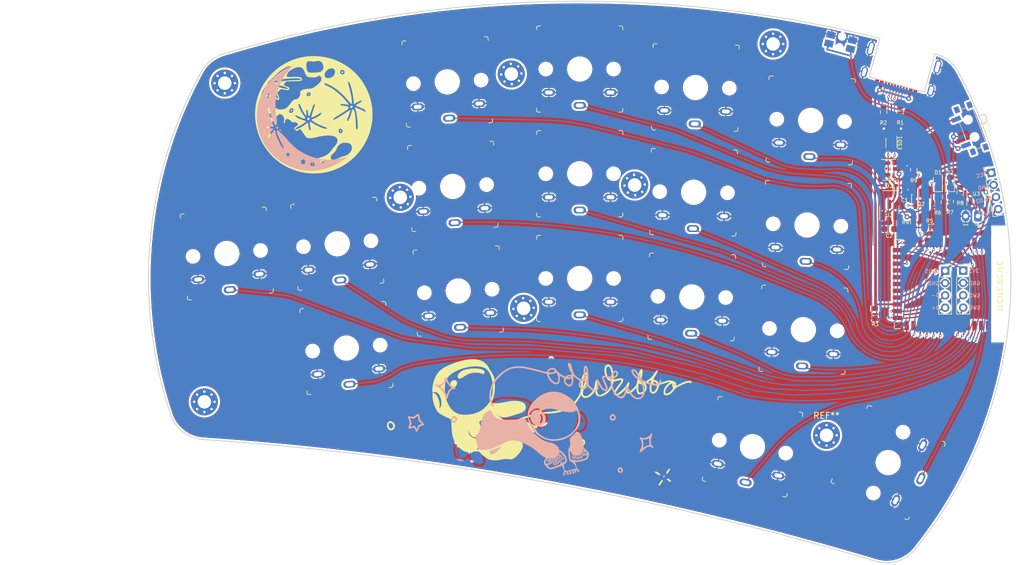
<source format=kicad_pcb>
(kicad_pcb (version 20211014) (generator pcbnew)
  (title_block (title "Wubbo") (rev "v0.1") (company "cache.works"))
  (layers (0 "F.Cu" signal) (31 "B.Cu" signal) (34 "B.Paste" user) (35 "F.Paste" user) (36 "B.SilkS" user "B.Silkscreen") (37 "F.SilkS" user "F.Silkscreen") (38 "B.Mask" user) (39 "F.Mask" user) (44 "Edge.Cuts" user))
  (net 0 "")
  (net 1 "Net-(D1-Pad1)")
  (net 3 "SWDCLK")
  (net 4 "SWDIO")
  (net 5 "VBUS")
  (net 6 "VSENSE")
  (net 7 "+BATT")
  (net 8 "RESET")
  (net 9 "+3V3")
  (net 10 "Net-(R7-Pad1)")
  (net 11 "GND")
  (net 12 "USBD-")
  (net 13 "USBD+")
  (net 14 "D+")
  (net 15 "D-")
  (net 16 "/Net-(J1-CC2)")
  (net 17 "/Net-(J1-CC1)")
  (net 18 "/BAT+_SWITCHED")
  (net 19 "VCC_CONTROL")
  (net 20 "EXT_VCC")
  (net 21 "BLUE_LED")
  (net 22 "Net-(U3-Pad1)")
  (net 23 "/Net-(U3-PROG)")
  (net 24 "/V-IN")
  (net 25 "SW1")
  (net 26 "SW2")
  (net 27 "SW3")
  (net 28 "SW4")
  (net 29 "SW5")
  (net 30 "SW6")
  (net 31 "SW7")
  (net 32 "SW8")
  (net 33 "SW9")
  (net 34 "SW10")
  (net 35 "/unconnected-(SW_POW1-A)")
  (net 36 "/unconnected-(U1-P0.19)")
  (net 37 "SCL")
  (net 38 "SDA")
  (net 39 "/unconnected-(U1-P0.12)")
  (net 40 "SW17")
  (net 41 "SW16")
  (net 42 "SW15")
  (net 43 "SW14")
  (net 44 "SW13")
  (net 45 "SW12")
  (net 46 "SW11")
  (net 47 "/unconnected-(U1-P0.07)")
  (net 48 "P0.03")
  (net 49 "P0.02")
  (footprint "Resistor_SMD:R_0603_1608Metric" (layer "F.Cu") (at 110.05 -30.525 90)
    (fp_text reference "R9")
    (fp_text value "2M")
  )
  (footprint "kiboard_cache:PG13500-reversible" (layer "F.Cu") (at 36.092843 -10.836936 -177)
    (fp_text reference "SW12" hide)
    (fp_text value "Choc" hide)
  )
  (footprint "kiboard_cache:PG13500-reversible" (layer "F.Cu") (at 55.813372 -29.871818 180)
    (fp_text reference "SW8" hide)
    (fp_text value "Choc" hide)
  )
  (footprint "Capacitor_SMD:C_0603_1608Metric" (layer "F.Cu") (at 108.575 -27.275 -90)
    (fp_text reference "C1")
    (fp_text value "1uF")
  )
  (footprint "Package_TO_SOT_SMD:SOT-666" (layer "F.Cu") (at 106.425 -34.9 -90)
    (fp_text reference "ESD1")
    (fp_text value "USBLC6-2P6")
  )
  (footprint "LED_SMD:LED_0603_1608Metric" (layer "F.Cu") (at 113.97 -28.45 90)
    (fp_text reference "D1")
    (fp_text value "Blue LED")
  )
  (footprint "Connector_PinSocket_2.00mm:PinSocket_1x04_P2.00mm_Vertical" (layer "F.Cu") (at 118.07 -14.15)
    (fp_text reference "J2" hide)
    (fp_text value "SWD")
  )
  (footprint "Package_TO_SOT_SMD:SOT-23" (layer "F.Cu") (at 106.075 -24 90)
    (fp_text reference "U2")
    (fp_text value "XC6206P LDO")
  )
  (footprint "kiboard_cache:frontleft-2" (layer "F.Cu") (at 59.445876 -12.66613)
    (fp_text reference "Ref**" hide)
    (fp_text value "Val**" hide)
  )
  (footprint "Resistor_SMD:R_0603_1608Metric" (layer "F.Cu") (at 107.86 -39.915 -90)
    (fp_text reference "R1")
    (fp_text value "5.1K")
  )
  (footprint "kiboard_cache:PG13500-reversible" (layer "F.Cu") (at 105.894409 17.019501 -116)
    (fp_text reference "SW17" hide)
    (fp_text value "Choc" hide)
  )
  (footprint "Button_Switch_SMD:SW_SPST_EVQP7C" (layer "F.Cu") (at 98.19 -51.28 166)
    (fp_text reference "R_TACT1" hide)
    (fp_text value "SW_Push")
  )
  (footprint "Connector_JST:JST_PH_S2B-PH-K_1x02_P2.00mm_Horizontal" (layer "F.Cu") (at 120.47 -22.99 180)
    (fp_text reference "J4" hide)
    (fp_text value "JST-BATT")
  )
  (footprint "kiboard_cache:PG13500-reversible" (layer "F.Cu") (at 74.310063 -26.869229 179)
    (fp_text reference "SW9" hide)
    (fp_text value "Choc" hide)
  )
  (footprint "Diode_SMD:D_SOD-323" (layer "F.Cu") (at 106.075 -27.975 180)
    (fp_text reference "D3")
    (fp_text value "D_Schottky" hide)
  )
  (footprint "kiboard_cache:frontright-1" (layer "F.Cu") (at 53.48 -10.865)
    (fp_text reference "Ref**" hide)
    (fp_text value "Val**" hide)
  )
  (footprint "Resistor_SMD:R_0603_1608Metric" (layer "F.Cu") (at 110.025 -21.975 -90)
    (fp_text reference "R4")
    (fp_text value "806/820k")
  )
  (footprint "kiboard_cache:frontright-2" (layer "F.Cu") (at -38.049357 -11.67519)
    (fp_text reference "Ref**" hide)
    (fp_text value "Val**" hide)
  )
  (footprint "Resistor_SMD:R_0603_1608Metric" (layer "F.Cu") (at 117.58 -26.83 90)
    (fp_text reference "R8")
    (fp_text value "10K")
  )
  (footprint "Capacitor_SMD:C_0603_1608Metric" (layer "F.Cu") (at 106.075 -20.9 180)
    (fp_text reference "C2")
    (fp_text value "1uF")
  )
  (footprint "nRF52840_holyiot_18010" (layer "F.Cu") (at 116.403372 -11.971818 -90)
    (fp_text reference "U1" hide)
    (fp_text value "nRF52840_holyiot_18010")
  )
  (footprint "kiboard_cache:MountingHole_2.2mm_M2_Pad_Via" (layer "F.Cu") (at -1.81 -44.585)
    (fp_text reference "")
    (fp_text value "MountingHole_2.2mm_M2_Pad_Via")
  )
  (footprint "kiboard_cache:PG13500-reversible" (layer "F.Cu") (at -1.481648 -16.93531 -175)
    (fp_text reference "SW1" hide)
    (fp_text value "Choc" hide)
  )
  (footprint "kiboard_cache:MountingHole_2.2mm_M2_Pad_Via" (layer "F.Cu") (at 95.88 12.595)
    (fp_text reference "REF**")
    (fp_text value "MountingHole_2.2mm_M2_Pad_Via")
  )
  (footprint "kiboard_cache:PG13500-reversible" (layer "F.Cu") (at 17.931505 -1.568803 -175)
    (fp_text reference "SW11" hide)
    (fp_text value "Choc" hide)
  )
  (footprint "kiboard_cache:PG13500-reversible" (layer "F.Cu") (at 74.606754 -43.866639 179)
    (fp_text reference "SW4" hide)
    (fp_text value "Choc" hide)
  )
  (footprint "kiboard_cache:MountingHole_2.2mm_M2_Pad_Via" (layer "F.Cu") (at -5.12 7.155)
    (fp_text reference "")
    (fp_text value "MountingHole_2.2mm_M2_Pad_Via")
  )
  (footprint "Resistor_SMD:R_0603_1608Metric" (layer "F.Cu") (at 112.625 -21.15)
    (fp_text reference "R5")
    (fp_text value "2M")
  )
  (footprint "kiboard_cache:PG13500-reversible" (layer "F.Cu") (at 16.449857 -18.504113 -175)
    (fp_text reference "SW6" hide)
    (fp_text value "Choc" hide)
  )
  (footprint "Button_Switch_SMD:SW_SPDT_PCM12" (layer "F.Cu") (at 119.075 -37.125 111)
    (fp_text reference "SW_POW1" hide)
    (fp_text value "SW_SPDT")
  )
  (footprint "Resistor_SMD:R_0603_1608Metric" (layer "F.Cu") (at 105.15 -39.885 -90)
    (fp_text reference "R2")
    (fp_text value "5.1K")
  )
  (footprint "Resistor_SMD:R_0603_1608Metric" (layer "F.Cu") (at 113.98 -25.2675 -90)
    (fp_text reference "R6")
    (fp_text value "1K")
  )
  (footprint "kiboard_cache:PG13500-reversible" (layer "F.Cu") (at 92.71666 -21.54808 178)
    (fp_text reference "SW10" hide)
    (fp_text value "Choc" hide)
  )
  (footprint "kiboard_cache:frontleft-1" (layer "F.Cu") (at 58.31 -11.195)
    (fp_text reference "Ref**" hide)
    (fp_text value "Val**" hide)
  )
  (footprint "kiboard_cache:PG13500-reversible" (layer "F.Cu") (at 93.309951 -38.537724 178)
    (fp_text reference "SW5" hide)
    (fp_text value "Choc" hide)
  )
  (footprint "Package_TO_SOT_SMD:SOT-23" (layer "F.Cu") (at 106.45 -30.65)
    (fp_text reference "Q1")
    (fp_text value "AO3407")
  )
  (footprint "Resistor_SMD:R_0603_1608Metric" (layer "F.Cu") (at 115.95 -25.34 -90)
    (fp_text reference "R7")
    (fp_text value "1K")
  )
  (footprint "Resistor_SMD:R_0603_1608Metric" (layer "F.Cu") (at 103.775 -7.175 -90)
    (fp_text reference "R3")
    (fp_text value "100K")
  )
  (footprint "USB-C-12-Pin-MidMount" (layer "F.Cu") (at 109.053372 -50.751818 -15.5)
    (fp_text reference "J1" hide)
    (fp_text value "USB_C_Receptacle" hide)
  )
  (footprint "kiboard_cache:PG13500-reversible" (layer "F.Cu") (at 74.013372 -9.871818 179)
    (fp_text reference "SW14" hide)
    (fp_text value "Choc" hide)
  )
  (footprint "kiboard_cache:MountingHole_2.2mm_M2_Pad_Via" (layer "F.Cu") (at 87.21 -50.945)
    (fp_text reference "")
    (fp_text value "MountingHole_2.2mm_M2_Pad_Via")
  )
  (footprint "kiboard_cache:PG13500-reversible" (layer "F.Cu") (at 35.203132 -27.813638 -177)
    (fp_text reference "SW7" hide)
    (fp_text value "Choc" hide)
  )
  (footprint "Connector_PinHeader_2.00mm:PinHeader_1x04_P2.00mm_Vertical" (layer "F.Cu") (at 122.629056 -30.024423 11)
    (fp_text reference "J5" hide)
    (fp_text value "USB")
  )
  (footprint "kiboard_cache:PG13500-reversible" (layer "F.Cu") (at 34.31342 -44.790341 -177)
    (fp_text reference "SW2" hide)
    (fp_text value "Choc" hide)
  )
  (footprint "kiboard_cache:PG13500-reversible" (layer "F.Cu") (at 55.813372 -12.871818 180)
    (fp_text reference "SW13" hide)
    (fp_text value "Choc" hide)
  )
  (footprint "Package_TO_SOT_SMD:TSOT-23-5" (layer "F.Cu") (at 120.22 -26.54 90)
    (fp_text reference "U3")
    (fp_text value "LTC4054ES5-4.2")
  )
  (footprint "kiboard_cache:PG13500-reversible" (layer "F.Cu") (at 83.866674 14.436473 169)
    (fp_text reference "SW16" hide)
    (fp_text value "Choc" hide)
  )
  (footprint "Connector_PinSocket_2.00mm:PinSocket_1x04_P2.00mm_Vertical" (layer "F.Cu") (at 115.14 -14.13)
    (fp_text reference "J3" hide)
    (fp_text value "USB")
  )
  (footprint "kiboard_cache:PG13500-reversible" (layer "F.Cu") (at 92.123368 -4.558436 178)
    (fp_text reference "SW15" hide)
    (fp_text value "Choc" hide)
  )
  (footprint "Package_TO_SOT_SMD:SOT-23" (layer "F.Cu") (at 111.25 -25.825 90)
    (fp_text reference "Q2")
    (fp_text value "AO3407")
  )
  (footprint "kiboard_cache:Tenting_Puck" (layer "F.Cu") (at 45.73 -27.045 3)
    (fp_text reference "REF**")
    (fp_text value "Tenting Puck")
  )
  (footprint "kiboard_cache:PG13500-reversible" (layer "F.Cu") (at 55.813372 -46.871818 180)
    (fp_text reference "SW3" hide)
    (fp_text value "Choc" hide)
  )
  (footprint "LED_SMD:LED_0603_1608Metric" (layer "F.Cu") (at 115.93 -28.46 90)
    (fp_text reference "D2")
    (fp_text value "Red LED")
  )
  (footprint "Button_Switch_SMD:SW_SPST_EVQP7C" (layer "B.Cu") (at 98.19 -51.279239 -14)
    (fp_text reference "R_TACT1" hide)
    (fp_text value "SW_Push")
  )
  (footprint "Button_Switch_SMD:SW_SPDT_PCM12" (layer "B.Cu") (at 119.075 -37.125 -69)
    (fp_text reference "SW_POW2" hide)
    (fp_text value "SW_SPDT")
  )
  (gr_arc (start -2.083172 -49.308466) (mid 51.05853 -57.815289) (end 104.54453 -51.844172) (layer "Edge.Cuts") (width 0.15))
  (gr_arc (start -10.622661 9.17934) (mid -13.904233 -19.153192) (end -5.611243 -46.442887) (layer "Edge.Cuts") (width 0.15))
  (gr_line (start 104.54453 -51.844172) (end 102.813372 -45.601818) (layer "Edge.Cuts") (width 0.15))
  (gr_arc (start 117.237987 -46.442886) (mid 125.53532 -6.638849) (end 110.30922 31.062252) (layer "Edge.Cuts") (width 0.15))
  (gr_line (start 111.755862 -43.121846) (end 113.489973 -49.374846) (layer "Edge.Cuts") (width 0.15))
  (gr_arc (start 113.709916 -49.308466) (mid 115.755798 -48.222683) (end 117.237987 -46.442887) (layer "Edge.Cuts") (width 0.15))
  (gr_arc (start -5.611244 -46.442886) (mid -4.129055 -48.222682) (end -2.083173 -49.308466) (layer "Edge.Cuts") (width 0.15))
  (gr_arc (start -5.33437 13.275473) (mid 49.843709 20.118426) (end 103.920858 33.045467) (layer "Edge.Cuts") (width 0.15))
  (gr_line (start 102.813372 -45.601818) (end 111.755862 -43.121846) (layer "Edge.Cuts") (width 0.15))
  (gr_arc (start 113.489972 -49.374846) (mid 113.599953 -49.341687) (end 113.709916 -49.308466) (layer "Edge.Cuts") (width 0.15))
  (gr_arc (start 110.309219 31.062252) (mid 107.417049 33.026702) (end 103.920857 33.045467) (layer "Edge.Cuts") (width 0.15))
  (gr_arc (start -5.33437 13.275474) (mid -8.602289 12.032727) (end -10.622661 9.179341) (layer "Edge.Cuts") (width 0.15))
  (gr_text "P0.03" (at 121.78 -23.58 11) (layer "B.SilkS") (effects (font (size 0.6 0.6) (thickness 0.1)) (justify mirror)))
  (gr_text "SWC" (at 119.94 -8.12) (layer "B.SilkS") (effects (font (size 0.6 0.6) (thickness 0.1)) (justify mirror)))
  (gr_text "GND" (at 113.28 -12.08) (layer "B.SilkS") (effects (font (size 0.6 0.6) (thickness 0.1)) (justify mirror)))
  (gr_text "P0.02" (at 121.43 -25.59 11) (layer "B.SilkS") (effects (font (size 0.6 0.6) (thickness 0.1)) (justify mirror)))
  (gr_text "D-" (at 113.57 -10.14) (layer "B.SilkS") (effects (font (size 0.6 0.6) (thickness 0.1)) (justify mirror)))
  (gr_text "GND" (at 121.35 -27.67 11) (layer "B.SilkS") (effects (font (size 0.6 0.6) (thickness 0.1)) (justify mirror)))
  (gr_text "SWD" (at 119.94 -10.08) (layer "B.SilkS") (effects (font (size 0.6 0.6) (thickness 0.1)) (justify mirror)))
  (gr_text "VBUS" (at 113.01 -14.05) (layer "B.SilkS") (effects (font (size 0.6 0.6) (thickness 0.1)) (justify mirror)))
  (gr_text "VCC" (at 120.98 -29.64 11) (layer "B.SilkS") (effects (font (size 0.6 0.6) (thickness 0.1)) (justify mirror)))
  (gr_text "3V3" (at 119.84 -14.11) (layer "B.SilkS") (effects (font (size 0.6 0.6) (thickness 0.1)) (justify mirror)))
  (gr_text "GND" (at 119.92 -12.09) (layer "B.SilkS") (effects (font (size 0.6 0.6) (thickness 0.1)) (justify mirror)))
  (gr_text "D+" (at 113.56 -8.11) (layer "B.SilkS") (effects (font (size 0.6 0.6) (thickness 0.1)) (justify mirror)))
  (gr_text "JLCJLCJLCJLC" (at 124.05 -11.6 90) (layer "F.SilkS") (effects (font (size 0.8 0.8))))
  (segment (start 113.975 -27.575) (end 113.975 -26.0125) (width 0.25) (layer "F.Cu") (net 1))
  (arc (start 115.696298 -5.65408) (mid 116.57 -8) (end 117.926298 -10.10408) (width 0.2) (layer "F.Cu") (net 3))
  (arc (start 118.04 -8.07) (mid 117.429736 -6.735729) (end 116.54 -5.57) (width 0.2) (layer "F.Cu") (net 4))
  (segment (start 103.775 -27.976433) (end 103.775 -30.275) (width 0.3) (layer "F.Cu") (net 5))
  (segment (start 103.853182 -8.671818) (end 103.775 -8.75) (width 0.3) (layer "F.Cu") (net 5))
  (segment (start 103.775 -31.6) (end 103.775 -34.75) (width 0.3) (layer "F.Cu") (net 5))
  (segment (start 105.5125 -31.6) (end 103.775 -31.6) (width 0.25) (layer "F.Cu") (net 5))
  (segment (start 103.775 -8.75) (end 103.775 -27.976433) (width 0.3) (layer "F.Cu") (net 5))
  (segment (start 107.403372 -8.671818) (end 103.853182 -8.671818) (width 0.3) (layer "F.Cu") (net 5))
  (segment (start 106.425 -33.95) (end 106.425 -34.624022) (width 0.3) (layer "F.Cu") (net 5))
  (segment (start 121.19 -27.66) (end 121.719394 -27.084487) (width 0.3) (layer "F.Cu") (net 5))
  (segment (start 103.775 -34.75) (end 103.775 -41.921573) (width 0.3) (layer "F.Cu") (net 5))
  (segment (start 104.360787 -43.335787) (end 104.5 -43.475) (width 0.3) (layer "F.Cu") (net 5))
  (segment (start 105.025 -27.975) (end 103.775 -27.976433) (width 0.25) (layer "F.Cu") (net 5))
  (segment (start 106.299022 -34.75) (end 103.775 -34.75) (width 0.3) (layer "F.Cu") (net 5))
  (segment (start 103.775 -30.275) (end 103.775 -31.6) (width 0.3) (layer "F.Cu") (net 5))
  (segment (start 109.225 -42.075) (end 109.480797 -43.125218) (width 0.3) (layer "F.Cu") (net 5))
  (segment (start 104.759008 -44.434686) (end 104.5 -43.475) (width 0.3) (layer "F.Cu") (net 5))
  (segment (start 106.425 -34.624022) (end 106.299022 -34.75) (width 0.3) (layer "F.Cu") (net 5))
  (segment (start 103.775 -8.75) (end 103.775 -8) (width 0.25) (layer "F.Cu") (net 5))
  (via (at 109.225 -42.075) (size 0.8) (drill 0.4) (layers "F.Cu" "B.Cu") (net 5))
  (via (at 104.5 -43.475) (size 0.8) (drill 0.4) (layers "F.Cu" "B.Cu") (net 5))
  (via (at 121.78 -26.9) (size 0.8) (drill 0.4) (layers "F.Cu" "B.Cu") (net 5))
  (arc (start 116.01 -29.23) (mid 118.79638 -28.968475) (end 121.24 -27.6) (width 0.3) (layer "F.Cu") (net 5))
  (arc (start 103.775 -41.921573) (mid 103.927241 -42.68694) (end 104.360787 -43.335787) (width 0.3) (layer "F.Cu") (net 5))
  (arc (start 115.23 -14.01) (mid 111.599332 -10.716793) (end 107.15 -8.66) (width 0.3) (layer "F.Cu") (net 5))
  (segment (start 104.5 -43.475) (end 109.225 -42.075) (width 0.3) (layer "B.Cu") (net 5))
  (arc (start 120.03 -19.21) (mid 117.730147 -16.513888) (end 115.09 -14.15) (width 0.3) (layer "B.Cu") (net 5))
  (arc (start 121.76 -26.82) (mid 121.673633 -22.838372) (end 120.03 -19.21) (width 0.3) (layer "B.Cu") (net 5))
  (segment (start 110.003372 -18.721818) (end 110 -21) (width 0.25) (layer "F.Cu") (net 6))
  (segment (start 110.025 -21.15) (end 111.8 -21.15) (width 0.2) (layer "F.Cu") (net 6))
  (segment (start 116.575 -36.575) (end 117.471204 -37.312719) (width 0.25) (layer "F.Cu") (net 7))
  (segment (start 116.5 -35.9) (end 116.575 -36.575) (width 0.25) (layer "F.Cu") (net 7))
  (via (at 116.5 -35.9) (size 0.8) (drill 0.4) (layers "F.Cu" "B.Cu") (net 7))
  (arc (start 120.73 -23.68) (mid 120.82477 -24.315618) (end 121.21 -24.83) (width 0.2) (layer "F.Cu") (net 7))
  (segment (start 116.5 -35.9) (end 116.475 -35.399692) (width 0.25) (layer "B.Cu") (net 7))
  (segment (start 117.35368 -27.79632) (end 118.071321 -27.078679) (width 0.25) (layer "B.Cu") (net 7))
  (segment (start 116.475 -35.399692) (end 116.475 -29.917641) (width 0.25) (layer "B.Cu") (net 7))
  (segment (start 116.5 -35.9) (end 116.987657 -35.912349) (width 0.2) (layer "B.Cu") (net 7))
  (segment (start 116.987657 -35.912349) (end 118.008756 -35.912349) (width 0.2) (layer "B.Cu") (net 7))
  (arc (start 118.01 -27.14) (mid 119.362974 -25.48715) (end 120.31 -23.57) (width 0.25) (layer "B.Cu") (net 7))
  (arc (start 117.35368 -27.79632) (mid 116.703361 -28.76959) (end 116.475 -29.917641) (width 0.25) (layer "B.Cu") (net 7))
  (segment (start 107.403372 -9.771818) (end 108.040227 -9.960151) (width 0.25) (layer "F.Cu") (net 8))
  (segment (start 113.070238 -13.374805) (end 113.51 -13.935) (width 0.25) (layer "F.Cu") (net 8))
  (segment (start 95.98 -50.055) (end 96.269284 -51.016846) (width 0.25) (layer "F.Cu") (net 8))
  (segment (start 99.85 -49.005) (end 95.98 -50.055) (width 0.25) (layer "F.Cu") (net 8))
  (segment (start 99.85 -49.005) (end 99.762349 -50.145928) (width 0.25) (layer "F.Cu") (net 8))
  (via (at 99.85 -49.005) (size 0.4) (drill 0.2) (layers "F.Cu" "B.Cu") (net 8))
  (via (at 113.51 -13.935) (size 0.4) (drill 0.2) (layers "F.Cu" "B.Cu") (net 8))
  (arc (start 113.070238 -13.374805) (mid 110.821015 -11.275962) (end 108.040227 -9.960151) (width 0.25) (layer "F.Cu") (net 8))
  (segment (start 101.38425 -43.698025) (end 100.931467 -44.599737) (width 0.25) (layer "B.Cu") (net 8))
  (segment (start 113.51 -13.935) (end 114.041715 -14.901488) (width 0.25) (layer "B.Cu") (net 8))
  (segment (start 99.891785 -48.399122) (end 99.85 -49.005) (width 0.25) (layer "B.Cu") (net 8))
  (segment (start 108.609891 -39.990341) (end 104.518554 -41.122971) (width 0.25) (layer "B.Cu") (net 8))
  (segment (start 115.278919 -19.876609) (end 115.121046 -30.066581) (width 0.25) (layer "B.Cu") (net 8))
  (segment (start 99.85 -49.005) (end 95.98 -50.055) (width 0.25) (layer "B.Cu") (net 8))
  (segment (start 95.98 -50.055) (end 96.269284 -51.016085) (width 0.25) (layer "B.Cu") (net 8))
  (segment (start 110.683895 -38.88252) (end 110.178261 -39.242972) (width 0.25) (layer "B.Cu") (net 8))
  (segment (start 99.85 -49.005) (end 99.762349 -50.145167) (width 0.25) (layer "B.Cu") (net 8))
  (segment (start 114.717301 -32.728567) (end 114.474198 -33.556638) (width 0.25) (layer "B.Cu") (net 8))
  (arc (start 101.38425 -43.698025) (mid 102.678534 -42.078368) (end 104.518554 -41.122971) (width 0.25) (layer "B.Cu") (net 8))
  (arc (start 115.278919 -19.876609) (mid 114.984555 -17.308418) (end 114.041715 -14.901488) (width 0.25) (layer "B.Cu") (net 8))
  (arc (start 99.891785 -48.399122) (mid 100.222701 -46.447731) (end 100.931467 -44.599737) (width 0.25) (layer "B.Cu") (net 8))
  (arc (start 108.609891 -39.990341) (mid 109.426786 -39.685298) (end 110.178261 -39.242972) (width 0.25) (layer "B.Cu") (net 8))
  (arc (start 115.121046 -30.066581) (mid 115.009174 -31.411224) (end 114.717301 -32.728567) (width 0.25) (layer "B.Cu") (net 8))
  (arc (start 114.474198 -33.556638) (mid 113.026521 -36.538036) (end 110.683895 -38.88252) (width 0.25) (layer "B.Cu") (net 8))
  (segment (start 106.85 -20.9) (end 107.403372 -20.346628) (width 0.25) (layer "F.Cu") (net 9))
  (segment (start 110.159073 -23.675) (end 108.465927 -23.675) (width 0.2) (layer "F.Cu") (net 9))
  (segment (start 107.403372 -20.346628) (end 107.403372 -17.471818) (width 0.25) (layer "F.Cu") (net 9))
  (segment (start 107.025 -21.075) (end 106.85 -20.9) (width 0.25) (layer "F.Cu") (net 9))
  (segment (start 107.051713 -23.089213) (end 107.025 -23.0625) (width 0.2) (layer "F.Cu") (net 9))
  (segment (start 112.2 -24.8875) (end 111.573286 -24.260786) (width 0.2) (layer "F.Cu") (net 9))
  (segment (start 107.025 -23.0625) (end 107.025 -21.075) (width 0.25) (layer "F.Cu") (net 9))
  (arc (start 111.573286 -24.260786) (mid 110.92444 -23.827241) (end 110.159073 -23.675) (width 0.2) (layer "F.Cu") (net 9))
  (arc (start 107.051713 -23.089213) (mid 107.70056 -23.522759) (end 108.465927 -23.675) (width 0.2) (layer "F.Cu") (net 9))
  (arc (start 107.62 -17.36) (mid 112.86232 -16.502049) (end 117.79 -14.51) (width 0.2) (layer "F.Cu") (net 9))
  (segment (start 115.95 -27.435) (end 115.95 -26.1875) (width 0.25) (layer "F.Cu") (net 10))
  (segment (start 106.425 -35.330438) (end 106.905438 -34.85) (width 0.3) (layer "F.Cu") (net 11))
  (segment (start 108.65 -26.425) (end 108.575 -26.5) (width 0.25) (layer "F.Cu") (net 11))
  (segment (start 105.125 -21.075) (end 105.3 -20.9) (width 0.25) (layer "F.Cu") (net 11))
  (segment (start 108.75 -26.425) (end 108.65 -26.425) (width 0.25) (layer "F.Cu") (net 11))
  (segment (start 108.575 -26.5) (end 109.75 -26.5) (width 0.25) (layer "F.Cu") (net 11))
  (segment (start 106.905438 -34.85) (end 108.05 -34.85) (width 0.3) (layer "F.Cu") (net 11))
  (segment (start 106.425 -35.8) (end 106.425 -35.330438) (width 0.3) (layer "F.Cu") (net 11))
  (segment (start 109.175 -31.35) (end 108.975 -31.15) (width 0.2) (layer "F.Cu") (net 11))
  (segment (start 105.125 -23.0625) (end 105.125 -21.075) (width 0.25) (layer "F.Cu") (net 11))
  (segment (start 110.05 -31.35) (end 109.175 -31.35) (width 0.2) (layer "F.Cu") (net 11))
  (via (at 109.75 -26.5) (size 0.4) (drill 0.2) (layers "F.Cu" "B.Cu") (net 11))
  (via (at 105.19 -37.195) (size 0.8) (drill 0.4) (layers "F.Cu" "B.Cu") (net 11))
  (via (at 107.96 -37.205) (size 0.8) (drill 0.4) (layers "F.Cu" "B.Cu") (net 11))
  (via (at 108.975 -31.15) (size 0.4) (drill 0.2) (layers "F.Cu" "B.Cu") (net 11))
  (arc (start 108.848 -26.557) (mid 107.261576 -24.538413) (end 105.038 -23.255) (width 0.2) (layer "F.Cu") (net 11))
  (segment (start 105.2 -37.205) (end 107.96 -37.205) (width 0.3) (layer "B.Cu") (net 11))
  (segment (start 105.19 -37.195) (end 105.2 -37.205) (width 0.3) (layer "B.Cu") (net 11))
  (segment (start 106.93 -41.125) (end 106.96 -35.725) (width 0.13) (layer "F.Cu") (net 12))
  (segment (start 106.88 -43.845) (end 106.42 -42.305) (width 0.13) (layer "F.Cu") (net 12))
  (segment (start 106.93 -41.105) (end 106.93 -41.595) (width 0.13) (layer "F.Cu") (net 12))
  (segment (start 107.84 -43.585) (end 107.39 -42.035) (width 0.13) (layer "F.Cu") (net 12))
  (arc (start 107.38 -42.005) (mid 106.731735 -41.616552) (end 106.42 -42.305) (width 0.13) (layer "F.Cu") (net 12))
  (segment (start 106.39718 -43.98038) (end 105.95 -42.375) (width 0.13) (layer "F.Cu") (net 13))
  (segment (start 106.925 -42.1) (end 107.36081 -43.713142) (width 0.13) (layer "F.Cu") (net 13))
  (segment (start 105.89 -40.095) (end 105.89 -42.375) (width 0.13) (layer "F.Cu") (net 13))
  (segment (start 105.89 -40.095) (end 105.89 -35.725) (width 0.13) (layer "F.Cu") (net 13))
  (via (at 106.925 -42.1) (size 0.4) (drill 0.2) (layers "F.Cu" "B.Cu") (net 13))
  (via (at 105.95 -42.375) (size 0.4) (drill 0.2) (layers "F.Cu" "B.Cu") (net 13))
  (arc (start 106.93 -42.115) (mid 106.291387 -41.69032) (end 105.94 -42.375) (width 0.13) (layer "B.Cu") (net 13))
  (segment (start 105.8875 -34.025) (end 105.8875 -32.9625) (width 0.13) (layer "F.Cu") (net 14))
  (segment (start 106.225 -6.5) (end 107.37519 -6.5) (width 0.13) (layer "F.Cu") (net 14))
  (segment (start 107.37519 -6.5) (end 107.403372 -6.471818) (width 0.13) (layer "F.Cu") (net 14))
  (segment (start 105.8875 -32.9625) (end 105.9 -32.95) (width 0.13) (layer "F.Cu") (net 14))
  (segment (start 107.403372 -6.471818) (end 107.47575 -6.471818) (width 0.13) (layer "F.Cu") (net 14))
  (via (at 105.9 -32.95) (size 0.4) (drill 0.2) (layers "F.Cu" "B.Cu") (net 14))
  (via (at 106.225 -6.5) (size 0.4) (drill 0.2) (layers "F.Cu" "B.Cu") (net 14))
  (arc (start 115.04 -8.12) (mid 111.371437 -6.783303) (end 107.48 -6.45) (width 0.2) (layer "F.Cu") (net 14))
  (segment (start 105.9 -6.45) (end 106.175 -6.45) (width 0.13) (layer "B.Cu") (net 14))
  (segment (start 105.9 -32.95) (end 105.9 -6.45) (width 0.2) (layer "B.Cu") (net 14))
  (segment (start 106.175 -6.45) (end 106.225 -6.5) (width 0.13) (layer "B.Cu") (net 14))
  (segment (start 107.381554 -7.55) (end 107.403372 -7.571818) (width 0.13) (layer "F.Cu") (net 15))
  (segment (start 106.9625 -32.9125) (end 106.95 -32.9) (width 0.13) (layer "F.Cu") (net 15))
  (segment (start 106.921818 -7.571818) (end 108.07575 -7.571818) (width 0.13) (layer "F.Cu") (net 15))
  (segment (start 106.3645 -7.55) (end 107.381554 -7.55) (width 0.13) (layer "F.Cu") (net 15))
  (segment (start 106.9625 -34.025) (end 106.9625 -32.9125) (width 0.13) (layer "F.Cu") (net 15))
  (via (at 106.95 -32.9) (size 0.4) (drill 0.2) (layers "F.Cu" "B.Cu") (net 15))
  (via (at 106.3645 -7.55) (size 0.4) (drill 0.2) (layers "F.Cu" "B.Cu") (net 15))
  (arc (start 114.92 -9.89) (mid 111.389515 -8.037454) (end 107.43292 -7.56917) (width 0.2) (layer "F.Cu") (net 15))
  (segment (start 106.825 -32.775) (end 106.95 -32.9) (width 0.13) (layer "B.Cu") (net 15))
  (segment (start 106.3645 -7.55) (end 106.825 -8.0105) (width 0.13) (layer "B.Cu") (net 15))
  (segment (start 106.825 -8.0105) (end 106.825 -32.775) (width 0.13) (layer "B.Cu") (net 15))
  (segment (start 107.86 -40.76) (end 107.86 -40.74) (width 0.13) (layer "F.Cu") (net 16))
  (segment (start 107.903644 -40.803644) (end 107.86 -40.76) (width 0.13) (layer "F.Cu") (net 16))
  (arc (start 107.87 -40.815) (mid 108.021135 -42.131609) (end 108.31 -43.425) (width 0.13) (layer "F.Cu") (net 16))
  (arc (start 104.92 -40.665) (mid 104.999627 -42.364988) (end 105.356343 -44.028256) (width 0.13) (layer "F.Cu") (net 17))
  (segment (start 108.975 -22.875) (end 109.117823 -22.844395) (width 0.25) (layer "F.Cu") (net 18))
  (segment (start 107.675 -29.85) (end 107.3875 -30.65) (width 0.25) (layer "F.Cu") (net 18))
  (segment (start 109.536881 -22.8) (end 110.025 -22.8) (width 0.25) (layer "F.Cu") (net 18))
  (via (at 107.675 -29.85) (size 0.8) (drill 0.4) (layers "F.Cu" "B.Cu") (net 18))
  (via (at 117.225 -33.975) (size 0.8) (drill 0.4) (layers "F.Cu" "B.Cu") (net 18))
  (via (at 108.975 -22.875) (size 0.8) (drill 0.4) (layers "F.Cu" "B.Cu") (net 18))
  (arc (start 117.25 -33.925) (mid 115.575671 -35.759258) (end 115.4 -38.235) (width 0.2) (layer "F.Cu") (net 18))
  (arc (start 107.41 -30.635) (mid 111.169381 -35.825508) (end 116.91 -38.675) (width 0.2) (layer "F.Cu") (net 18))
  (arc (start 109.536881 -22.8) (mid 109.326179 -22.81113) (end 109.117823 -22.844395) (width 0.25) (layer "F.Cu") (net 18))
  (segment (start 107.675 -25.887572) (end 107.675 -29.85) (width 0.25) (layer "B.Cu") (net 18))
  (segment (start 108.975 -22.875) (end 108.590108 -23.341312) (width 0.25) (layer "B.Cu") (net 18))
  (segment (start 118.546308 -34.511978) (end 117.225 -33.975) (width 0.25) (layer "B.Cu") (net 18))
  (arc (start 108.590108 -23.341312) (mid 107.910723 -24.534717) (end 107.675 -25.887572) (width 0.25) (layer "B.Cu") (net 18))
  (segment (start 110.86 -29.715) (end 110.215 -29.715) (width 0.127) (layer "F.Cu") (net 19))
  (segment (start 111.103372 -20.146628) (end 111.1 -20.15) (width 0.127) (layer "F.Cu") (net 19))
  (segment (start 110.1375 -24.725) (end 110.3 -24.8875) (width 0.127) (layer "F.Cu") (net 19))
  (segment (start 110.215 -29.715) (end 110.1 -29.6) (width 0.127) (layer "F.Cu") (net 19))
  (segment (start 111.103372 -18.721818) (end 111.103372 -20.146628) (width 0.127) (layer "F.Cu") (net 19))
  (segment (start 109.125 -24.725) (end 110.1375 -24.725) (width 0.127) (layer "F.Cu") (net 19))
  (via (at 111.1 -20.15) (size 0.4) (drill 0.2) (layers "F.Cu" "B.Cu") (net 19))
  (via (at 109.125 -24.725) (size 0.4) (drill 0.2) (layers "F.Cu" "B.Cu") (net 19))
  (via (at 110.86 -29.715) (size 0.4) (drill 0.2) (layers "F.Cu" "B.Cu") (net 19))
  (segment (start 110.832067 -23.865) (end 110.466723 -24.230344) (width 0.127) (layer "B.Cu") (net 19))
  (segment (start 110.85 -29.705) (end 110.85 -20.4) (width 0.127) (layer "B.Cu") (net 19))
  (segment (start 109.146573 -24.725) (end 109.125 -24.725) (width 0.127) (layer "B.Cu") (net 19))
  (segment (start 110.85 -23.865) (end 110.832067 -23.865) (width 0.127) (layer "B.Cu") (net 19))
  (segment (start 110.85 -20.4) (end 111.1 -20.15) (width 0.127) (layer "B.Cu") (net 19))
  (segment (start 110.86 -29.715) (end 110.85 -29.705) (width 0.127) (layer "B.Cu") (net 19))
  (arc (start 110.466723 -24.230344) (mid 109.851073 -24.596812) (end 109.146573 -24.725) (width 0.127) (layer "B.Cu") (net 19))
  (arc (start 111.37 -27.3) (mid 116.19385 -31.199148) (end 122.22 -29.73) (width 0.3) (layer "F.Cu") (net 20))
  (segment (start 113.075 -28.325) (end 113.975 -29.225) (width 0.2) (layer "F.Cu") (net 21))
  (segment (start 108.921818 -15.271818) (end 108.925 -15.275) (width 0.2) (layer "F.Cu") (net 21))
  (segment (start 113 -28.325) (end 113.075 -28.325) (width 0.2) (layer "F.Cu") (net 21))
  (segment (start 107.403372 -15.271818) (end 108.921818 -15.271818) (width 0.2) (layer "F.Cu") (net 21))
  (via (at 108.925 -15.275) (size 0.4) (drill 0.2) (layers "F.Cu" "B.Cu") (net 21))
  (via (at 113 -28.325) (size 0.4) (drill 0.2) (layers "F.Cu" "B.Cu") (net 21))
  (segment (start 108.925 -15.275) (end 108.925 -15.471573) (width 0.2) (layer "B.Cu") (net 21))
  (segment (start 112.975 -28.3) (end 113 -28.325) (width 0.2) (layer "B.Cu") (net 21))
  (segment (start 109.510787 -16.885787) (end 111.803427 -19.178427) (width 0.2) (layer "B.Cu") (net 21))
  (segment (start 112.975 -22.006854) (end 112.975 -28.3) (width 0.2) (layer "B.Cu") (net 21))
  (arc (start 109.510787 -16.885787) (mid 109.077241 -16.23694) (end 108.925 -15.471573) (width 0.2) (layer "B.Cu") (net 21))
  (arc (start 111.803427 -19.178427) (mid 112.670518 -20.47612) (end 112.975 -22.006854) (width 0.2) (layer "B.Cu") (net 21))
  (arc (start 119.26 -25.34) (mid 117.871302 -24.676161) (end 116.35 -24.45) (width 0.2) (layer "F.Cu") (net 22))
  (arc (start 117.69 -27.8) (mid 118.50645 -27.699351) (end 119.22 -27.29) (width 0.2) (layer "F.Cu") (net 23))
  (segment (start 106.075 -24.9375) (end 106.539214 -25.401714) (width 0.25) (layer "F.Cu") (net 24))
  (segment (start 105.5125 -29.7) (end 107.125 -27.975) (width 0.25) (layer "F.Cu") (net 24))
  (segment (start 108.5 -27.975) (end 107.125 -27.975) (width 0.25) (layer "F.Cu") (net 24))
  (segment (start 107.125 -26.815927) (end 107.125 -27.975) (width 0.25) (layer "F.Cu") (net 24))
  (segment (start 108.575 -28.05) (end 108.5 -27.975) (width 0.25) (layer "F.Cu") (net 24))
  (arc (start 107.125 -26.815927) (mid 106.972759 -26.05056) (end 106.539214 -25.401714) (width 0.25) (layer "F.Cu") (net 24))
  (segment (start 119.021147 -18.226905) (end 118.803372 -18.721818) (width 0.2) (layer "F.Cu") (net 25))
  (segment (start 119.57 -17.145) (end 119.599279 -17.109534) (width 0.2) (layer "F.Cu") (net 25))
  (via (at 119.57 -17.145) (size 0.4) (drill 0.2) (layers "F.Cu" "B.Cu") (net 25))
  (arc (start 119.599279 -17.109534) (mid 119.292624 -17.659119) (end 119.021147 -18.226905) (width 0.2) (layer "F.Cu") (net 25))
  (segment (start 120.654018 -7.983703) (end 120.542627 -6.70271) (width 0.2) (layer "B.Cu") (net 25))
  (segment (start 7.150291 -10.243382) (end -0.967429 -11.057761) (width 0.2) (layer "B.Cu") (net 25))
  (segment (start 26.268697 -3.485691) (end 9.635575 -9.666978) (width 0.2) (layer "B.Cu") (net 25))
  (segment (start 119.452325 -2.601816) (end 117.988076 -0.940939) (width 0.2) (layer "B.Cu") (net 25))
  (segment (start 48.119544 -1.46102) (end 38.854301 -1.624845) (width 0.2) (layer "B.Cu") (net 25))
  (segment (start 82.73148 4.952575) (end 76.492498 2.875673) (width 0.2) (layer "B.Cu") (net 25))
  (segment (start 89.295498 5.96709) (end 84.65154 5.387501) (width 0.2) (layer "B.Cu") (net 25))
  (segment (start 105.40578 4.565577) (end 102.275714 5.146414) (width 0.2) (layer "B.Cu") (net 25))
  (segment (start 61.575856 -0.32748) (end 48.799258 -1.425835) (width 0.2) (layer "B.Cu") (net 25))
  (segment (start 120.35587 -13.59869) (end 120.662157 -9.616964) (width 0.2) (layer "B.Cu") (net 25))
  (segment (start 120.147163 -15.121744) (end 120.261977 -14.397532) (width 0.2) (layer "B.Cu") (net 25))
  (segment (start 75.759351 2.662338) (end 69.90167 1.197918) (width 0.2) (layer "B.Cu") (net 25))
  (segment (start 115.268248 1.230328) (end 113.911272 1.96955) (width 0.2) (layer "B.Cu") (net 25))
  (segment (start 120.287505 -5.167206) (end 120.113316 -4.463195) (width 0.2) (layer "B.Cu") (net 25))
  (segment (start 101.641178 5.243211) (end 97.045491 5.794005) (width 0.2) (layer "B.Cu") (net 25))
  (segment (start 111.81164 2.821049) (end 106.265426 4.366458) (width 0.2) (layer "B.Cu") (net 25))
  (segment (start 96.191706 5.859407) (end 90.870141 6.03842) (width 0.2) (layer "B.Cu") (net 25))
  (segment (start 69.314477 1.069736) (end 62.557515 -0.193833) (width 0.2) (layer "B.Cu") (net 25))
  (segment (start 37.710638 -1.710846) (end 28.43173 -2.946905) (width 0.2) (layer "B.Cu") (net 25))
  (segment (start 119.57 -17.145) (end 119.682458 -16.934581) (width 0.2) (layer "B.Cu") (net 25))
  (arc (start 117.988076 -0.940939) (mid 116.723344 0.263924) (end 115.268248 1.230328) (width 0.2) (layer "B.Cu") (net 25))
  (arc (start 120.113316 -4.463195) (mid 119.828842 -3.516388) (end 119.452325 -2.601816) (width 0.2) (layer "B.Cu") (net 25))
  (arc (start 97.045491 5.794005) (mid 96.619299 5.835848) (end 96.191706 5.859407) (width 0.2) (layer "B.Cu") (net 25))
  (arc (start 120.662157 -9.616964) (mid 120.691488 -8.800167) (end 120.654018 -7.983703) (width 0.2) (layer "B.Cu") (net 25))
  (arc (start 84.65154 5.387501) (mid 83.680781 5.217403) (end 82.73148 4.952575) (width 0.2) (layer "B.Cu") (net 25))
  (arc (start 62.557515 -0.193833) (mid 62.068342 -0.272821) (end 61.575856 -0.32748) (width 0.2) (layer "B.Cu") (net 25))
  (arc (start 28.43173 -2.946905) (mid 27.335154 -3.155839) (end 26.268697 -3.485691) (width 0.2) (layer "B.Cu") (net 25))
  (arc (start 38.854301 -1.624845) (mid 38.281236 -1.651437) (end 37.710638 -1.710846) (width 0.2) (layer "B.Cu") (net 25))
  (arc (start 9.635575 -9.666978) (mid 8.41139 -10.034762) (end 7.150291 -10.243382) (width 0.2) (layer "B.Cu") (net 25))
  (arc (start 119.682458 -16.934581) (mid 119.957311 -16.039057) (end 120.147163 -15.121744) (width 0.2) (layer "B.Cu") (net 25))
  (arc (start 76.492498 2.875673) (mid 76.127961 2.762005) (end 75.759351 2.662338) (width 0.2) (layer "B.Cu") (net 25))
  (arc (start 90.870141 6.03842) (mid 90.081412 6.033829) (end 89.295498 5.96709) (width 0.2) (layer "B.Cu") (net 25))
  (arc (start 102.275714 5.146414) (mid 101.959223 5.199905) (end 101.641178 5.243211) (width 0.2) (layer "B.Cu") (net 25))
  (arc (start 106.265426 4.366458) (mid 105.8378 4.475504) (end 105.40578 4.565577) (width 0.2) (layer "B.Cu") (net 25))
  (arc (start 48.799258 -1.425835) (mid 48.4597 -1.449212) (end 48.119544 -1.46102) (width 0.2) (layer "B.Cu") (net 25))
  (arc (start 120.542627 -6.70271) (mid 120.444988 -5.929987) (end 120.287505 -5.167206) (width 0.2) (layer "B.Cu") (net 25))
  (arc (start 69.90167 1.197918) (mid 69.609037 1.129415) (end 69.314477 1.069736) (width 0.2) (layer "B.Cu") (net 25))
  (arc (start 113.911272 1.96955) (mid 112.88565 2.454957) (end 111.81164 2.821049) (width 0.2) (layer "B.Cu") (net 25))
  (arc (start 120.261977 -14.397532) (mid 120.316958 -13.999055) (end 120.35587 -13.59869) (width 0.2) (layer "B.Cu") (net 25))
  (segment (start 114.37 -17.545) (end 114.403372 -18.721818) (width 0.2) (layer "F.Cu") (net 26))
  (via (at 114.37 -17.545) (size 0.4) (drill 0.2) (layers "F.Cu" "B.Cu") (net 26))
  (segment (start 96.68 -27.915) (end 95.194297 -27.838274) (width 0.2) (layer "B.Cu") (net 26))
  (segment (start 89.539718 -28.215556) (end 85.88 -28.915) (width 0.2) (layer "B.Cu") (net 26))
  (segment (start 93.905225 -27.82717) (end 92.606885 -27.871812) (width 0.2) (layer "B.Cu") (net 26))
  (segment (start 110.749767 -8.354983) (end 110.22 -6.165) (width 0.2) (layer "B.Cu") (net 26))
  (segment (start 102.38 -6.285) (end 101.23 -23.755) (width 0.2) (layer "B.Cu") (net 26))
  (segment (start 114.37 -17.545) (end 114.049447 -16.974091) (width 0.2) (layer "B.Cu") (net 26))
  (segment (start 49.537939 -38.597148) (end 34.622202 -38.898427) (width 0.2) (layer "B.Cu") (net 26))
  (segment (start 72.676994 -33.81365) (end 58.5241 -37.387758) (width 0.2) (layer "B.Cu") (net 26))
  (segment (start 112.951568 -14.716511) (end 112.764434 -14.293796) (width 0.2) (layer "B.Cu") (net 26))
  (segment (start 85.88 -28.915) (end 74.92118 -33.104068) (width 0.2) (layer "B.Cu") (net 26))
  (arc (start 92.606885 -27.871812) (mid 91.066661 -27.984431) (end 89.539718 -28.215556) (width 0.2) (layer "B.Cu") (net 26))
  (arc (start 58.5241 -37.387758) (mid 54.065398 -38.247898) (end 49.537939 -38.597148) (width 0.2) (layer "B.Cu") (net 26))
  (arc (start 101.23 -23.755) (mid 99.811418 -26.771553) (end 96.68 -27.915) (width 0.2) (layer "B.Cu") (net 26))
  (arc (start 95.194297 -27.838274) (mid 94.54988 -27.818868) (end 93.905225 -27.82717) (width 0.2) (layer "B.Cu") (net 26))
  (arc (start 110.22 -6.165) (mid 106.247369 -2.786457) (end 102.38 -6.285) (width 0.2) (layer "B.Cu") (net 26))
  (arc (start 74.92118 -33.104068) (mid 73.809534 -33.491901) (end 72.676994 -33.81365) (width 0.2) (layer "B.Cu") (net 26))
  (arc (start 112.764434 -14.293796) (mid 111.62382 -11.369603) (end 110.749767 -8.354983) (width 0.2) (layer "B.Cu") (net 26))
  (arc (start 114.049447 -16.974091) (mid 113.48026 -15.855147) (end 112.951568 -14.716511) (width 0.2) (layer "B.Cu") (net 26))
  (segment (start 113.27 -17.545) (end 113.303372 -18.721818) (width 0.2) (layer "F.Cu") (net 27))
  (via (at 113.27 -17.545) (size 0.4) (drill 0.2) (layers "F.Cu" "B.Cu") (net 27))
  (segment (start 109.487493 -7.345398) (end 109.38 -6.505) (width 0.2) (layer "B.Cu") (net 27))
  (segment (start 103.057786 -15.736138) (end 102.74 -23.075) (width 0.2) (layer "B.Cu") (net 27))
  (segment (start 113.27 -17.545) (end 111.867685 -15.470905) (width 0.2) (layer "B.Cu") (net 27))
  (segment (start 91.113401 -29.855618) (end 94.91 -29.605) (width 0.2) (layer "B.Cu") (net 27))
  (segment (start 109.83071 -9.666399) (end 109.492894 -7.384548) (width 0.2) (layer "B.Cu") (net 27))
  (segment (start 103.26 -6.915) (end 103.061167 -15.633827) (width 0.2) (layer "B.Cu") (net 27))
  (segment (start 110.559804 -12.579984) (end 110.425227 -12.172372) (width 0.2) (layer "B.Cu") (net 27))
  (segment (start 55.813372 -40.971818) (end 69.869506 -37.34389) (width 0.2) (layer "B.Cu") (net 27))
  (segment (start 72.584955 -36.431132) (end 84.717055 -31.359576) (width 0.2) (layer "B.Cu") (net 27))
  (segment (start 97.215375 -29.40811) (end 94.89 -29.605) (width 0.2) (layer "B.Cu") (net 27))
  (arc (start 109.38 -6.505) (mid 106.122412 -3.761006) (end 103.26 -6.915) (width 0.2) (layer "B.Cu") (net 27))
  (arc (start 102.74 -23.075) (mid 101.227472 -27.33188) (end 97.215375 -29.40811) (width 0.2) (layer "B.Cu") (net 27))
  (arc (start 103.061167 -15.633827) (mid 103.059738 -15.684991) (end 103.057786 -15.736138) (width 0.2) (layer "B.Cu") (net 27))
  (arc (start 110.425227 -12.172372) (mid 110.074084 -10.932169) (end 109.83071 -9.666399) (width 0.2) (layer "B.Cu") (net 27))
  (arc (start 111.867685 -15.470905) (mid 111.137088 -14.060124) (end 110.559804 -12.579984) (width 0.2) (layer "B.Cu") (net 27))
  (arc (start 91.113401 -29.855618) (mid 87.853042 -30.34312) (end 84.717055 -31.359576) (width 0.2) (layer "B.Cu") (net 27))
  (arc (start 109.492894 -7.384548) (mid 109.490097 -7.364986) (end 109.487493 -7.345398) (width 0.2) (layer "B.Cu") (net 27))
  (arc (start 72.584955 -36.431132) (mid 71.243594 -36.936193) (end 69.869506 -37.34389) (width 0.2) (layer "B.Cu") (net 27))
  (segment (start 112.203372 -18.721818) (end 112.2 -17.575) (width 0.2) (layer "F.Cu") (net 28))
  (via (at 112.2 -17.575) (size 0.4) (drill 0.2) (layers "F.Cu" "B.Cu") (net 28))
  (segment (start 108.598208 -8.930285) (end 108.425 -7.025) (width 0.2) (layer "B.Cu") (net 28))
  (segment (start 104.025 -7.2) (end 103.95 -24.25) (width 0.2) (layer "B.Cu") (net 28))
  (segment (start 91.601384 -30.727916) (end 94.675 -30.575) (width 0.2) (layer "B.Cu") (net 28))
  (segment (start 74.303785 -37.967538) (end 87.878661 -31.649428) (width 0.2) (layer "B.Cu") (net 28))
  (segment (start 97.625 -30.65) (end 94.7 -30.575) (width 0.2) (layer "B.Cu") (net 28))
  (segment (start 112.2 -17.575) (end 111.136332 -16.012226) (width 0.2) (layer "B.Cu") (net 28))
  (arc (start 87.878661 -31.649428) (mid 89.695433 -31.008539) (end 91.601384 -30.727916) (width 0.2) (layer "B.Cu") (net 28))
  (arc (start 97.6 -30.65) (mid 102.169011 -28.832799) (end 103.95 -24.25) (width 0.2) (layer "B.Cu") (net 28))
  (arc (start 108.598208 -8.930285) (mid 109.416081 -12.632959) (end 111.136332 -16.012226) (width 0.2) (layer "B.Cu") (net 28))
  (arc (start 108.425 -7.025) (mid 106.140171 -4.979672) (end 104.025 -7.2) (width 0.2) (layer "B.Cu") (net 28))
  (segment (start 108.15 -18.675) (end 108.9 -18.675) (width 0.2) (layer "F.Cu") (net 29))
  (via (at 108.15 -18.675) (size 0.4) (drill 0.2) (layers "F.Cu" "B.Cu") (net 29))
  (segment (start 108.175 -18.675) (end 108.15 -18.675) (width 0.2) (layer "B.Cu") (net 29))
  (segment (start 105.299711 -6.775) (end 105.3 -24.825) (width 0.2) (layer "B.Cu") (net 29))
  (segment (start 107.4 -17.965107) (end 107.4 -6.75) (width 0.2) (layer "B.Cu") (net 29))
  (segment (start 98.3 -32.35) (end 92.85 -32.4) (width 0.2) (layer "B.Cu") (net 29))
  (arc (start 107.4 -17.965107) (mid 107.622232 -18.481451) (end 108.15 -18.675) (width 0.2) (layer "B.Cu") (net 29))
  (arc (start 107.4 -6.75) (mid 106.337499 -5.724429) (end 105.299711 -6.775) (width 0.2) (layer "B.Cu") (net 29))
  (arc (start 98.3 -32.35) (mid 103.356473 -30.03562) (end 105.3 -24.825) (width 0.2) (layer "B.Cu") (net 29))
  (segment (start 119.756303 -4.617384) (end 119.903372 -5.221818) (width 0.2) (layer "F.Cu") (net 30))
  (segment (start 119.11 -3.145) (end 119.282109 -3.395317) (width 0.2) (layer "F.Cu") (net 30))
  (via (at 119.11 -3.145) (size 0.4) (drill 0.2) (layers "F.Cu" "B.Cu") (net 30))
  (arc (start 119.282109 -3.395317) (mid 119.559428 -3.990743) (end 119.756303 -4.617384) (width 0.2) (layer "F.Cu") (net 30))
  (segment (start 62.85357 -1.262917) (end 48.197693 -2.596089) (width 0.2) (layer "B.Cu") (net 30))
  (segment (start 92.292455 5.289549) (end 88.797758 5.095) (width 0.2) (layer "B.Cu") (net 30))
  (segment (start 119.11 -3.145) (end 118.254462 -1.992774) (width 0.2) (layer "B.Cu") (net 30))
  (segment (start 111.338396 2.347628) (end 105.823417 3.867454) (width 0.2) (layer "B.Cu") (net 30))
  (segment (start 103.706111 4.289774) (end 98.22028 4.978249) (width 0.2) (layer "B.Cu") (net 30))
  (segment (start 84.214521 4.377645) (end 76.272515 1.829091) (width 0.2) (layer "B.Cu") (net 30))
  (segment (start 75.175842 1.522566) (end 64.98127 -0.913764) (width 0.2) (layer "B.Cu") (net 30))
  (segment (start 26.136472 -6.687326) (end 16.964076 -12.626564) (width 0.2) (layer "B.Cu") (net 30))
  (segment (start 33.018185 -3.755696) (end 29.087118 -5.209242) (width 0.2) (layer "B.Cu") (net 30))
  (segment (start 96.352422 5.095) (end 92.847547 5.289591) (width 0.2) (layer "B.Cu") (net 30))
  (segment (start 115.524391 0.47199) (end 115.186048 0.679157) (width 0.2) (layer "B.Cu") (net 30))
  (segment (start 47.120182 -2.655127) (end 37.938976 -2.827368) (width 0.2) (layer "B.Cu") (net 30))
  (arc (start 29.087118 -5.209242) (mid 27.571022 -5.86689) (end 26.136472 -6.687326) (width 0.2) (layer "B.Cu") (net 30))
  (arc (start 48.197693 -2.596089) (mid 47.659469 -2.635301) (end 47.120182 -2.655127) (width 0.2) (layer "B.Cu") (net 30))
  (arc (start 88.797758 5.095) (mid 86.47824 4.914576) (end 84.214521 4.377645) (width 0.2) (layer "B.Cu") (net 30))
  (arc (start 115.186048 0.679157) (mid 113.32082 1.648526) (end 111.338396 2.347628) (width 0.2) (layer "B.Cu") (net 30))
  (arc (start 92.292455 5.289549) (mid 92.57 5.297279) (end 92.847547 5.289591) (width 0.2) (layer "B.Cu") (net 30))
  (arc (start 118.254462 -1.992774) (mid 117.003722 -0.633794) (end 115.524391 0.47199) (width 0.2) (layer "B.Cu") (net 30))
  (arc (start 105.823417 3.867454) (mid 104.772372 4.116758) (end 103.706111 4.289774) (width 0.2) (layer "B.Cu") (net 30))
  (arc (start 37.938976 -2.827368) (mid 35.439568 -3.084737) (end 33.018185 -3.755696) (width 0.2) (layer "B.Cu") (net 30))
  (arc (start 76.272515 1.829091) (mid 75.727088 1.665418) (end 75.175842 1.522566) (width 0.2) (layer "B.Cu") (net 30))
  (arc (start 64.98127 -0.913764) (mid 63.923702 -1.12662) (end 62.85357 -1.262917) (width 0.2) (layer "B.Cu") (net 30))
  (arc (start 98.22028 4.978249) (mid 97.288174 5.065784) (end 96.352422 5.095) (width 0.2) (layer "B.Cu") (net 30))
  (segment (start 113.303372 -5.221818) (end 113.272945 -3.649797) (width 0.2) (layer "F.Cu") (net 31))
  (via (at 113.272945 -3.649797) (size 0.4) (drill 0.2) (layers "F.Cu" "B.Cu") (net 31))
  (segment (start 82.696972 -14.364377) (end 92.73 -10.325) (width 0.2) (layer "B.Cu") (net 31))
  (arc (start 92.73 -10.325) (mid 96.840596 -7.896268) (end 99.55 -3.965) (width 0.2) (layer "B.Cu") (net 31))
  (arc (start 35.69 -21.945) (mid 59.607025 -20.42245) (end 82.79 -14.345) (width 0.2) (layer "B.Cu") (net 31))
  (arc (start 100.39 -2.675) (mid 99.9445 -3.302936) (end 99.55 -3.965) (width 0.2) (layer "B.Cu") (net 31))
  (arc (start 113.272945 -3.649797) (mid 107.096598 0.341514) (end 100.39 -2.675) (width 0.2) (layer "B.Cu") (net 31))
  (segment (start 112.203372 -5.221818) (end 112.18 -3.635) (width 0.2) (layer "F.Cu") (net 32))
  (via (at 112.18 -3.635) (size 0.4) (drill 0.2) (layers "F.Cu" "B.Cu") (net 32))
  (segment (start 55.813372 -23.971818) (end 78.74 -17.335) (width 0.2) (layer "B.Cu") (net 32))
  (segment (start 78.74 -17.335) (end 94.26 -10.915) (width 0.2) (layer "B.Cu") (net 32))
  (arc (start 112.18 -3.635) (mid 105.475893 -0.304217) (end 99.79 -5.165) (width 0.2) (layer "B.Cu") (net 32))
  (arc (start 94.26 -10.915) (mid 97.652446 -8.632764) (end 99.79 -5.145) (width 0.2) (layer "B.Cu") (net 32))
  (segment (start 111.103372 -5.221818) (end 111.09 -3.705) (width 0.2) (layer "F.Cu") (net 33))
  (via (at 111.09 -3.705) (size 0.4) (drill 0.2) (layers "F.Cu" "B.Cu") (net 33))
  (segment (start 94.14 -12.285) (end 90.089243 -14.057206) (width 0.2) (layer "B.Cu") (net 33))
  (segment (start 89.871218 -14.153834) (end 81.215019 -18.039714) (width 0.2) (layer "B.Cu") (net 33))
  (segment (start 80.337851 -18.413555) (end 74.007094 -20.970128) (width 0.2) (layer "B.Cu") (net 33))
  (arc (start 111.09 -3.705) (mid 105.145227 -1.111399) (end 100.69 -5.825) (width 0.2) (layer "B.Cu") (net 33))
  (arc (start 100.69 -5.825) (mid 98.05962 -9.7086) (end 94.14 -12.285) (width 0.2) (layer "B.Cu") (net 33))
  (arc (start 80.337851 -18.413555) (mid 80.778218 -18.230817) (end 81.215019 -18.039714) (width 0.2) (layer "B.Cu") (net 33))
  (arc (start 90.089243 -14.057206) (mid 89.980115 -14.10526) (end 89.871218 -14.153834) (width 0.2) (layer "B.Cu") (net 33))
  (segment (start 110.2 -4.349515) (end 110.2 -4.35) (width 0.13) (layer "F.Cu") (net 34))
  (segment (start 110.175 -4.025) (end 110.184556 -4.101446) (width 0.13) (layer "F.Cu") (net 34))
  (segment (start 110.2 -4.35) (end 110.003372 -5.221818) (width 0.13) (layer "F.Cu") (net 34))
  (segment (start 110.1 -3.825) (end 110.175 -4.025) (width 0.13) (layer "F.Cu") (net 34))
  (via (at 110.1 -3.825) (size 0.4) (drill 0.2) (layers "F.Cu" "B.Cu") (net 34))
  (arc (start 110.184556 -4.101446) (mid 110.196135 -4.22524) (end 110.2 -4.349515) (width 0.13) (layer "F.Cu") (net 34))
  (segment (start 110.1 -3.825) (end 110.040768 -3.721343) (width 0.13) (layer "B.Cu") (net 34))
  (arc (start 92.07 -15.555) (mid 98.695962 -12.547353) (end 101.6 -5.875) (width 0.2) (layer "B.Cu") (net 34))
  (arc (start 110.05 -3.765) (mid 105.055766 -1.885414) (end 101.61 -5.945) (width 0.2) (layer "B.Cu") (net 34))
  (segment (start 121.11 -17.195) (end 121.003372 -18.721818) (width 0.2) (layer "F.Cu") (net 40))
  (via (at 121.11 -17.195) (size 0.4) (drill 0.2) (layers "F.Cu" "B.Cu") (net 40))
  (segment (start 117.618311 7.483502) (end 111.197294 19.605891) (width 0.2) (layer "B.Cu") (net 40))
  (segment (start 121.11 -17.195) (end 121.678978 -9.744781) (width 0.2) (layer "B.Cu") (net 40))
  (arc (start 121.678978 -9.744781) (mid 120.755729 -0.869702) (end 117.618311 7.483502) (width 0.2) (layer "B.Cu") (net 40))
  (segment (start 120.28 -17.205) (end 119.903372 -18.721818) (width 0.2) (layer "F.Cu") (net 41))
  (via (at 120.28 -17.205) (size 0.4) (drill 0.2) (layers "F.Cu" "B.Cu") (net 41))
  (segment (start 92.528804 10.376307) (end 93.93001 9.542256) (width 0.2) (layer "B.Cu") (net 41))
  (segment (start 120.28 -17.205) (end 120.331094 -17.101015) (width 0.2) (layer "B.Cu") (net 41))
  (segment (start 121.167387 -10.596502) (end 121.17 -10.345) (width 0.2) (layer "B.Cu") (net 41))
  (segment (start 82.740901 20.228073) (end 87.523372 14.604872) (width 0.2) (layer "B.Cu") (net 41))
  (arc (start 115.37 2.655) (mid 108.111903 5.33231) (end 100.57 7.055) (width 0.2) (layer "B.Cu") (net 41))
  (arc (start 87.523372 14.604872) (mid 89.851738 12.284208) (end 92.528804 10.376307) (width 0.2) (layer "B.Cu") (net 41))
  (arc (start 121.17 -10.345) (mid 121.218438 -7.995) (end 121.17 -5.645) (width 0.2) (layer "B.Cu") (net 41))
  (arc (start 120.331094 -17.101015) (mid 120.940502 -13.873349) (end 121.167387 -10.596502) (width 0.2) (layer "B.Cu") (net 41))
  (arc (start 121.17 -5.645) (mid 119.506533 -0.630916) (end 115.37 2.655) (width 0.2) (layer "B.Cu") (net 41))
  (arc (start 93.93001 9.542256) (mid 97.137956 8.001253) (end 100.568238 7.053218) (width 0.2) (layer "B.Cu") (net 41))
  (segment (start 114.403372 -5.221818) (end 114.34 -3.635) (width 0.2) (layer "F.Cu") (net 42))
  (via (at 114.34 -3.635) (size 0.4) (drill 0.2) (layers "F.Cu" "B.Cu") (net 42))
  (arc (start 114.34 -3.635) (mid 113.137139 -1.513313) (end 111.2 -0.025) (width 0.2) (layer "B.Cu") (net 42))
  (arc (start 111.17 -0.025) (mid 101.472628 1.780909) (end 91.61 1.595) (width 0.2) (layer "B.Cu") (net 42))
  (segment (start 117.703372 -5.221818) (end 117.15 -3.785) (width 0.25) (layer "F.Cu") (net 43))
  (via (at 117.15 -3.785) (size 0.4) (drill 0.2) (layers "F.Cu" "B.Cu") (net 43))
  (segment (start 97.098529 3.045571) (end 102.842863 2.362445) (width 0.2) (layer "B.Cu") (net 43))
  (segment (start 82.362492 -0.407529) (end 87.136942 1.996298) (width 0.2) (layer "B.Cu") (net 43))
  (segment (start 73.710403 -3.972717) (end 81.644619 -0.734141) (width 0.2) (layer "B.Cu") (net 43))
  (segment (start 91.509607 3.063711) (end 95.776749 3.116755) (width 0.2) (layer "B.Cu") (net 43))
  (segment (start 103.970366 2.184625) (end 108.69 1.255) (width 0.2) (layer "B.Cu") (net 43))
  (arc (start 95.776749 3.116755) (mid 96.438818 3.103058) (end 97.098529 3.045571) (width 0.2) (layer "B.Cu") (net 43))
  (arc (start 108.69 1.255) (mid 113.399982 -0.459314) (end 117.15 -3.785) (width 0.2) (layer "B.Cu") (net 43))
  (arc (start 81.644619 -0.734141) (mid 82.006777 -0.577915) (end 82.362492 -0.407529) (width 0.2) (layer "B.Cu") (net 43))
  (arc (start 87.136942 1.996298) (mid 89.262438 2.779222) (end 91.509607 3.063711) (width 0.2) (layer "B.Cu") (net 43))
  (arc (start 102.842863 2.362445) (mid 103.408307 2.284264) (end 103.970366 2.184625) (width 0.2) (layer "B.Cu") (net 43))
  (segment (start 118.41 -4.245) (end 118.803372 -5.221818) (width 0.2) (layer "F.Cu") (net 44))
  (segment (start 117.95 -3.575) (end 118.41 -4.245) (width 0.2) (layer "F.Cu") (net 44))
  (via (at 117.95 -3.575) (size 0.4) (drill 0.2) (layers "F.Cu" "B.Cu") (net 44))
  (segment (start 69.061415 -3.058307) (end 86.689248 2.981097) (width 0.2) (layer "B.Cu") (net 44))
  (segment (start 91.103656 3.720422) (end 95.883253 3.781586) (width 0.2) (layer "B.Cu") (net 44))
  (segment (start 96.415595 3.760011) (end 99.75147 3.446152) (width 0.2) (layer "B.Cu") (net 44))
  (segment (start 55.813372 -6.971818) (end 68.434205 -3.257928) (width 0.2) (layer "B.Cu") (net 44))
  (segment (start 106.031229 2.528537) (end 110.29 1.445) (width 0.2) (layer "B.Cu") (net 44))
  (segment (start 99.987865 3.418219) (end 105.503139 2.632994) (width 0.2) (layer "B.Cu") (net 44))
  (segment (start 86.689248 2.981097) (end 90.263296 3.638368) (width 0.2) (layer "B.Cu") (net 44))
  (arc (start 105.503139 2.632994) (mid 105.768591 2.587878) (end 106.031229 2.528537) (width 0.2) (layer "B.Cu") (net 44))
  (arc (start 110.29 1.445) (mid 114.595992 -0.32578) (end 117.95 -3.555) (width 0.2) (layer "B.Cu") (net 44))
  (arc (start 68.434205 -3.257928) (mid 68.748905 -3.161558) (end 69.061415 -3.058307) (width 0.2) (layer "B.Cu") (net 44))
  (arc (start 95.883253 3.781586) (mid 96.149712 3.777894) (end 96.415595 3.760011) (width 0.2) (layer "B.Cu") (net 44))
  (arc (start 91.103656 3.720422) (mid 90.681741 3.697166) (end 90.263296 3.638368) (width 0.2) (layer "B.Cu") (net 44))
  (arc (start 99.987865 3.418219) (mid 99.869834 3.433592) (end 99.75147 3.446152) (width 0.2) (layer "B.Cu") (net 44))
  (segment (start 117.703372 -18.721818) (end 118.151708 -17.720164) (width 0.25) (layer "F.Cu") (net 45))
  (segment (start 119.527282 -15.224621) (end 119.58 -15.135) (width 0.25) (layer "F.Cu") (net 45))
  (segment (start 119.009369 -16.08278) (end 119.431723 -15.384785) (width 0.25) (layer "F.Cu") (net 45))
  (via (at 119.58 -15.135) (size 0.4) (drill 0.2) (layers "F.Cu" "B.Cu") (net 45))
  (arc (start 118.151708 -17.720164) (mid 118.555293 -16.888249) (end 119.009369 -16.08278) (width 0.25) (layer "F.Cu") (net 45))
  (arc (start 119.527282 -15.224621) (mid 119.479751 -15.304851) (end 119.431723 -15.384785) (width 0.25) (layer "F.Cu") (net 45))
  (segment (start 83.207977 3.098068) (end 79.67687 1.86153) (width 0.2) (layer "B.Cu") (net 45))
  (segment (start 120.032301 -10.128081) (end 120.03491 -9.530617) (width 0.25) (layer "B.Cu") (net 45))
  (segment (start 96.363322 4.416144) (end 96.929795 4.381979) (width 0.2) (layer "B.Cu") (net 45))
  (segment (start 119.864942 -7.212533) (end 119.819624 -6.803365) (width 0.2) (layer "B.Cu") (net 45))
  (segment (start 119.858101 -12.955167) (end 119.990731 -11.180458) (width 0.25) (layer "B.Cu") (net 45))
  (segment (start 36.55 -4.895) (end 44.454072 -4.662242) (width 0.2) (layer "B.Cu") (net 45))
  (segment (start 97.476864 4.328153) (end 102.644038 3.730171) (width 0.2) (layer "B.Cu") (net 45))
  (segment (start 119.58 -15.135) (end 119.747274 -13.971055) (width 0.25) (layer "B.Cu") (net 45))
  (segment (start 97.169838 4.361688) (end 97.443111 4.331943) (width 0.2) (layer "B.Cu") (net 45))
  (segment (start 104.103987 3.48772) (end 108.462036 2.540971) (width 0.2) (layer "B.Cu") (net 45))
  (segment (start 91.306081 4.45179) (end 96.090168 4.425136) (width 0.2) (layer "B.Cu") (net 45))
  (segment (start 109.879284 2.159611) (end 112.782507 1.223861) (width 0.2) (layer "B.Cu") (net 45))
  (arc (start 120.03491 -9.530617) (mid 119.994898 -8.368319) (end 119.864942 -7.212533) (width 0.2) (layer "B.Cu") (net 45))
  (arc (start 112.782507 1.223861) (mid 117.410199 -1.817423) (end 119.819624 -6.803365) (width 0.2) (layer "B.Cu") (net 45))
  (arc (start 91.306081 4.45179) (mid 87.198946 4.122387) (end 83.207977 3.098068) (width 0.2) (layer "B.Cu") (net 45))
  (arc (start 96.363322 4.416144) (mid 96.226806 4.422506) (end 96.090168 4.425136) (width 0.2) (layer "B.Cu") (net 45))
  (arc (start 108.462036 2.540971) (mid 109.175327 2.367635) (end 109.879284 2.159611) (width 0.2) (layer "B.Cu") (net 45))
  (arc (start 119.990731 -11.180458) (mid 120.020755 -10.654634) (end 120.032301 -10.128081) (width 0.25) (layer "B.Cu") (net 45))
  (arc (start 44.454072 -4.662242) (mid 62.316641 -2.756461) (end 79.67687 1.86153) (width 0.2) (layer "B.Cu") (net 45))
  (arc (start 102.644038 3.730171) (mid 103.377004 3.626962) (end 104.103987 3.48772) (width 0.2) (layer "B.Cu") (net 45))
  (arc (start 119.747274 -13.971055) (mid 119.811342 -13.464055) (end 119.858101 -12.955167) (width 0.25) (layer "B.Cu") (net 45))
  (arc (start 97.476864 4.328153) (mid 97.459991 4.330077) (end 97.443111 4.331943) (width 0.2) (layer "B.Cu") (net 45))
  (arc (start 96.929795 4.381979) (mid 97.049939 4.373279) (end 97.169838 4.361688) (width 0.2) (layer "B.Cu") (net 45))
  (segment (start 120.16 -2.935) (end 120.464201 -3.749113) (width 0.15) (layer "F.Cu") (net 46))
  (segment (start 120.536876 -3.950498) (end 121.003372 -5.221818) (width 0.15) (layer "F.Cu") (net 46))
  (via (at 120.16 -2.935) (size 0.4) (drill 0.2) (layers "F.Cu" "B.Cu") (net 46))
  (arc (start 120.464201 -3.749113) (mid 120.500269 -3.849903) (end 120.536876 -3.950498) (width 0.15) (layer "F.Cu") (net 46))
  (segment (start 23.56493 3.535351) (end 24.172383 3.273422) (width 0.2) (layer "B.Cu") (net 46))
  (segment (start 18.445724 4.308746) (end 22.117522 3.915574) (width 0.2) (layer "B.Cu") (net 46))
  (segment (start 25.840051 2.357194) (end 26.08019 2.193726) (width 0.2) (layer "B.Cu") (net 46))
  (segment (start 28.933092 1.088886) (end 29.857381 0.935885) (width 0.2) (layer "B.Cu") (net 46))
  (segment (start 27.438918 1.543313) (end 28.933092 1.088886) (width 0.2) (layer "B.Cu") (net 46))
  (arc (start 24.172383 3.273422) (mid 25.028059 2.855063) (end 25.840051 2.357194) (width 0.2) (layer "B.Cu") (net 46))
  (arc (start 22.117522 3.915574) (mid 22.855532 3.779921) (end 23.56493 3.535351) (width 0.2) (layer "B.Cu") (net 46))
  (arc (start 26.08019 2.193726) (mid 26.734919 1.817057) (end 27.438918 1.543313) (width 0.2) (layer "B.Cu") (net 46))
  (arc (start 120.170658 -2.942566) (mid 117.95 0.135) (end 114.810658 2.267434) (width 0.2) (layer "B.Cu") (net 46))
  (arc (start 29.857381 0.935885) (mid 56.681721 0.039021) (end 82.827512 6.100964) (width 0.2) (layer "B.Cu") (net 46))
  (arc (start 114.810658 2.267434) (mid 99.111014 6.57239) (end 82.84 6.105) (width 0.2) (layer "B.Cu") (net 46))
  (arc (start 123.25 -24.12) (mid 122.038898 -21.816847) (end 119.67 -20.74) (width 0.2) (layer "F.Cu") (net 48))
  (arc (start 116.49 -19.17) (mid 117.934922 -20.248852) (end 119.67 -20.74) (width 0.2) (layer "F.Cu") (net 48))
  (arc (start 115.39 -19.04) (mid 117.349915 -20.554078) (end 119.69 -21.37) (width 0.2) (layer "F.Cu") (net 49))
  (arc (start 122.37 -23.82) (mid 121.412105 -22.180703) (end 119.7 -21.36) (width 0.2) (layer "F.Cu") (net 49))
  (arc (start 122.37 -23.82) (mid 122.573071 -24.881878) (end 122.917891 -25.906536) (width 0.2) (layer "F.Cu") (net 49))
  (zone (net 11) (net_name "GND") (layers F&B.Cu) (connect_pads (clearance 0.35)) (min_thickness 0.127) (fill yes (thermal_gap 0.2) (thermal_bridge_width 0.2) (island_removal_mode 1) (island_area_min 0))
    (polygon (pts (xy 126.01 33.65) (xy -14.37 33.65) (xy -14.37 -58.08) (xy 126.01 -58.08)))
  )
)
</source>
